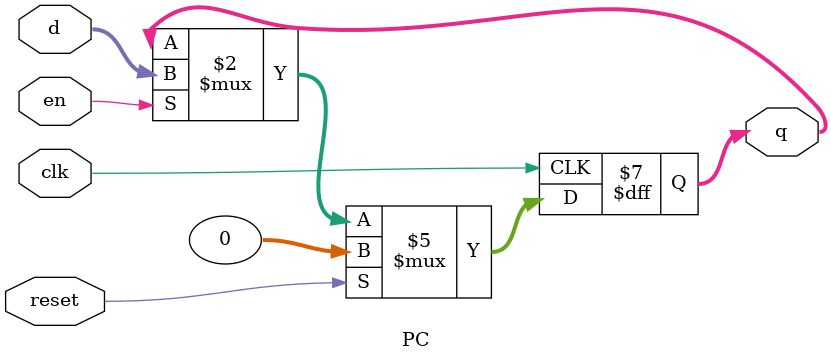
<source format=sv>
module PC(
    input  logic        clk, reset,
    input  logic        en,      // سیگنال فعال‌ساز (اگر 0 باشد، PC فریز می‌شود)
    input  logic [31:0] d,       // ورودی آدرس بعدی
    output logic [31:0] q        // خروجی آدرس فعلی
);
    always_ff @(posedge clk) begin
        if (reset) 
            q <= 32'h0;
        else if (en)             // فقط در صورتی که استال نباشیم، PC آپدیت می‌شود
            q <= d;
    end
endmodule
</source>
